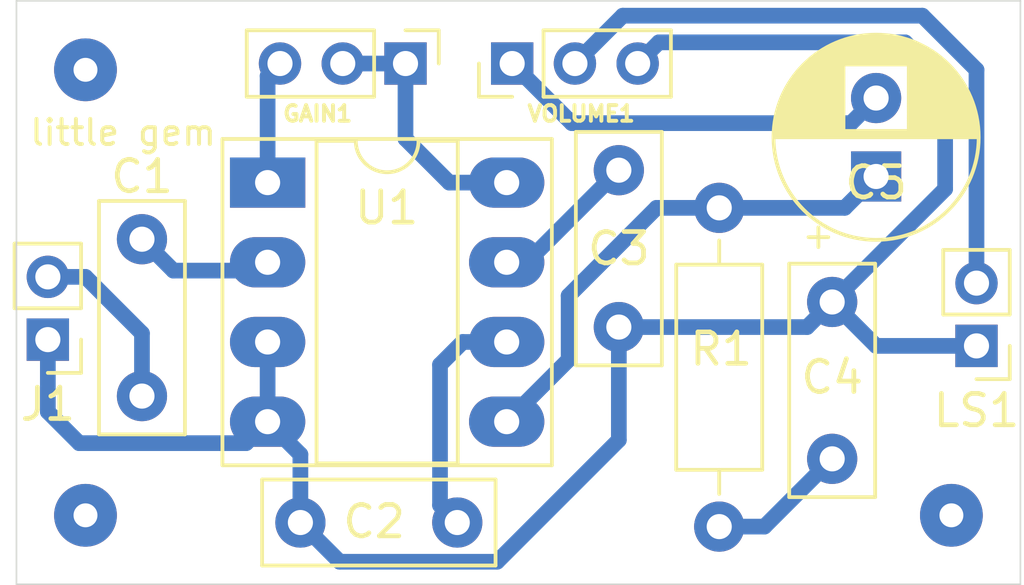
<source format=kicad_pcb>
(kicad_pcb (version 20171130) (host pcbnew 5.1.6)

  (general
    (thickness 1.6)
    (drawings 6)
    (tracks 54)
    (zones 0)
    (modules 14)
    (nets 12)
  )

  (page A4)
  (layers
    (0 F.Cu signal)
    (31 B.Cu signal)
    (32 B.Adhes user hide)
    (33 F.Adhes user hide)
    (34 B.Paste user hide)
    (35 F.Paste user hide)
    (36 B.SilkS user hide)
    (37 F.SilkS user)
    (38 B.Mask user hide)
    (39 F.Mask user hide)
    (40 Dwgs.User user hide)
    (41 Cmts.User user hide)
    (42 Eco1.User user hide)
    (43 Eco2.User user)
    (44 Edge.Cuts user)
    (45 Margin user hide)
    (46 B.CrtYd user hide)
    (47 F.CrtYd user hide)
    (48 B.Fab user hide)
    (49 F.Fab user hide)
  )

  (setup
    (last_trace_width 0.5)
    (user_trace_width 0.5)
    (trace_clearance 0.2)
    (zone_clearance 0.508)
    (zone_45_only no)
    (trace_min 0.2)
    (via_size 0.8)
    (via_drill 0.4)
    (via_min_size 0.4)
    (via_min_drill 0.3)
    (uvia_size 0.3)
    (uvia_drill 0.1)
    (uvias_allowed no)
    (uvia_min_size 0.2)
    (uvia_min_drill 0.1)
    (edge_width 0.05)
    (segment_width 0.2)
    (pcb_text_width 0.3)
    (pcb_text_size 1.5 1.5)
    (mod_edge_width 0.12)
    (mod_text_size 1 1)
    (mod_text_width 0.15)
    (pad_size 1.524 1.524)
    (pad_drill 0.762)
    (pad_to_mask_clearance 0.05)
    (aux_axis_origin 0 0)
    (visible_elements FFFFFF7F)
    (pcbplotparams
      (layerselection 0x010fc_ffffffff)
      (usegerberextensions false)
      (usegerberattributes true)
      (usegerberadvancedattributes true)
      (creategerberjobfile true)
      (excludeedgelayer true)
      (linewidth 0.100000)
      (plotframeref false)
      (viasonmask false)
      (mode 1)
      (useauxorigin false)
      (hpglpennumber 1)
      (hpglpenspeed 20)
      (hpglpendiameter 15.000000)
      (psnegative false)
      (psa4output false)
      (plotreference true)
      (plotvalue true)
      (plotinvisibletext false)
      (padsonsilk false)
      (subtractmaskfromsilk false)
      (outputformat 1)
      (mirror false)
      (drillshape 1)
      (scaleselection 1)
      (outputdirectory ""))
  )

  (net 0 "")
  (net 1 "Net-(C1-Pad1)")
  (net 2 "Net-(C1-Pad2)")
  (net 3 GND)
  (net 4 +9V)
  (net 5 "Net-(C3-Pad2)")
  (net 6 "Net-(C4-Pad1)")
  (net 7 "Net-(C5-Pad1)")
  (net 8 "Net-(C5-Pad2)")
  (net 9 "Net-(LS1-Pad2)")
  (net 10 "Net-(GAIN1-Pad3)")
  (net 11 "Net-(GAIN1-Pad1)")

  (net_class Default "This is the default net class."
    (clearance 0.2)
    (trace_width 0.25)
    (via_dia 0.8)
    (via_drill 0.4)
    (uvia_dia 0.3)
    (uvia_drill 0.1)
    (add_net +9V)
    (add_net GND)
    (add_net "Net-(C1-Pad1)")
    (add_net "Net-(C1-Pad2)")
    (add_net "Net-(C3-Pad2)")
    (add_net "Net-(C4-Pad1)")
    (add_net "Net-(C5-Pad1)")
    (add_net "Net-(C5-Pad2)")
    (add_net "Net-(GAIN1-Pad1)")
    (add_net "Net-(GAIN1-Pad3)")
    (add_net "Net-(LS1-Pad2)")
  )

  (module MountingHole:mount_hole_3mm (layer F.Cu) (tedit 5F1C4838) (tstamp 5F1CCEE0)
    (at 134.2 98.6)
    (fp_text reference MNT (at 0 0.5) (layer F.SilkS) hide
      (effects (font (size 1 1) (thickness 0.15)))
    )
    (fp_text value mount_hole_3mm (at 0 -3) (layer F.Fab)
      (effects (font (size 1 1) (thickness 0.15)))
    )
    (fp_circle (center 0 0) (end 1.5 0) (layer Eco2.User) (width 0.12))
    (pad 1 thru_hole circle (at 0 0) (size 2 2) (drill 0.762) (layers *.Cu B.Adhes))
  )

  (module MountingHole:mount_hole_3mm (layer F.Cu) (tedit 5F1C4838) (tstamp 5F1CCEA3)
    (at 134.2 112.8)
    (fp_text reference MNT (at 0 0.5) (layer F.SilkS) hide
      (effects (font (size 1 1) (thickness 0.15)))
    )
    (fp_text value mount_hole_3mm (at 0 -3) (layer F.Fab)
      (effects (font (size 1 1) (thickness 0.15)))
    )
    (fp_circle (center 0 0) (end 1.5 0) (layer Eco2.User) (width 0.12))
    (pad 1 thru_hole circle (at 0 0) (size 2 2) (drill 0.762) (layers *.Cu B.Adhes))
  )

  (module MountingHole:mount_hole_3mm (layer F.Cu) (tedit 5F1C4838) (tstamp 5F1CCE1B)
    (at 161.8 112.8)
    (fp_text reference MNT (at 0 0.5) (layer F.SilkS) hide
      (effects (font (size 1 1) (thickness 0.15)))
    )
    (fp_text value mount_hole_3mm (at 0 -3) (layer F.Fab)
      (effects (font (size 1 1) (thickness 0.15)))
    )
    (fp_circle (center 0 0) (end 1.5 0) (layer Eco2.User) (width 0.12))
    (pad 1 thru_hole circle (at 0 0) (size 2 2) (drill 0.762) (layers *.Cu B.Adhes))
  )

  (module Capacitor_THT:CP_Radial_D6.3mm_P2.50mm (layer F.Cu) (tedit 5AE50EF0) (tstamp 5EF41AC8)
    (at 159.4 102 90)
    (descr "CP, Radial series, Radial, pin pitch=2.50mm, , diameter=6.3mm, Electrolytic Capacitor")
    (tags "CP Radial series Radial pin pitch 2.50mm  diameter 6.3mm Electrolytic Capacitor")
    (path /5EF04ADF)
    (fp_text reference C5 (at -0.2 0 180) (layer F.SilkS)
      (effects (font (size 1 1) (thickness 0.15)))
    )
    (fp_text value 220u (at 1.25 4.4 90) (layer F.Fab)
      (effects (font (size 1 1) (thickness 0.15)))
    )
    (fp_circle (center 1.25 0) (end 4.4 0) (layer F.Fab) (width 0.1))
    (fp_circle (center 1.25 0) (end 4.52 0) (layer F.SilkS) (width 0.12))
    (fp_circle (center 1.25 0) (end 4.65 0) (layer F.CrtYd) (width 0.05))
    (fp_line (start -1.443972 -1.3735) (end -0.813972 -1.3735) (layer F.Fab) (width 0.1))
    (fp_line (start -1.128972 -1.6885) (end -1.128972 -1.0585) (layer F.Fab) (width 0.1))
    (fp_line (start 1.25 -3.23) (end 1.25 3.23) (layer F.SilkS) (width 0.12))
    (fp_line (start 1.29 -3.23) (end 1.29 3.23) (layer F.SilkS) (width 0.12))
    (fp_line (start 1.33 -3.23) (end 1.33 3.23) (layer F.SilkS) (width 0.12))
    (fp_line (start 1.37 -3.228) (end 1.37 3.228) (layer F.SilkS) (width 0.12))
    (fp_line (start 1.41 -3.227) (end 1.41 3.227) (layer F.SilkS) (width 0.12))
    (fp_line (start 1.45 -3.224) (end 1.45 3.224) (layer F.SilkS) (width 0.12))
    (fp_line (start 1.49 -3.222) (end 1.49 -1.04) (layer F.SilkS) (width 0.12))
    (fp_line (start 1.49 1.04) (end 1.49 3.222) (layer F.SilkS) (width 0.12))
    (fp_line (start 1.53 -3.218) (end 1.53 -1.04) (layer F.SilkS) (width 0.12))
    (fp_line (start 1.53 1.04) (end 1.53 3.218) (layer F.SilkS) (width 0.12))
    (fp_line (start 1.57 -3.215) (end 1.57 -1.04) (layer F.SilkS) (width 0.12))
    (fp_line (start 1.57 1.04) (end 1.57 3.215) (layer F.SilkS) (width 0.12))
    (fp_line (start 1.61 -3.211) (end 1.61 -1.04) (layer F.SilkS) (width 0.12))
    (fp_line (start 1.61 1.04) (end 1.61 3.211) (layer F.SilkS) (width 0.12))
    (fp_line (start 1.65 -3.206) (end 1.65 -1.04) (layer F.SilkS) (width 0.12))
    (fp_line (start 1.65 1.04) (end 1.65 3.206) (layer F.SilkS) (width 0.12))
    (fp_line (start 1.69 -3.201) (end 1.69 -1.04) (layer F.SilkS) (width 0.12))
    (fp_line (start 1.69 1.04) (end 1.69 3.201) (layer F.SilkS) (width 0.12))
    (fp_line (start 1.73 -3.195) (end 1.73 -1.04) (layer F.SilkS) (width 0.12))
    (fp_line (start 1.73 1.04) (end 1.73 3.195) (layer F.SilkS) (width 0.12))
    (fp_line (start 1.77 -3.189) (end 1.77 -1.04) (layer F.SilkS) (width 0.12))
    (fp_line (start 1.77 1.04) (end 1.77 3.189) (layer F.SilkS) (width 0.12))
    (fp_line (start 1.81 -3.182) (end 1.81 -1.04) (layer F.SilkS) (width 0.12))
    (fp_line (start 1.81 1.04) (end 1.81 3.182) (layer F.SilkS) (width 0.12))
    (fp_line (start 1.85 -3.175) (end 1.85 -1.04) (layer F.SilkS) (width 0.12))
    (fp_line (start 1.85 1.04) (end 1.85 3.175) (layer F.SilkS) (width 0.12))
    (fp_line (start 1.89 -3.167) (end 1.89 -1.04) (layer F.SilkS) (width 0.12))
    (fp_line (start 1.89 1.04) (end 1.89 3.167) (layer F.SilkS) (width 0.12))
    (fp_line (start 1.93 -3.159) (end 1.93 -1.04) (layer F.SilkS) (width 0.12))
    (fp_line (start 1.93 1.04) (end 1.93 3.159) (layer F.SilkS) (width 0.12))
    (fp_line (start 1.971 -3.15) (end 1.971 -1.04) (layer F.SilkS) (width 0.12))
    (fp_line (start 1.971 1.04) (end 1.971 3.15) (layer F.SilkS) (width 0.12))
    (fp_line (start 2.011 -3.141) (end 2.011 -1.04) (layer F.SilkS) (width 0.12))
    (fp_line (start 2.011 1.04) (end 2.011 3.141) (layer F.SilkS) (width 0.12))
    (fp_line (start 2.051 -3.131) (end 2.051 -1.04) (layer F.SilkS) (width 0.12))
    (fp_line (start 2.051 1.04) (end 2.051 3.131) (layer F.SilkS) (width 0.12))
    (fp_line (start 2.091 -3.121) (end 2.091 -1.04) (layer F.SilkS) (width 0.12))
    (fp_line (start 2.091 1.04) (end 2.091 3.121) (layer F.SilkS) (width 0.12))
    (fp_line (start 2.131 -3.11) (end 2.131 -1.04) (layer F.SilkS) (width 0.12))
    (fp_line (start 2.131 1.04) (end 2.131 3.11) (layer F.SilkS) (width 0.12))
    (fp_line (start 2.171 -3.098) (end 2.171 -1.04) (layer F.SilkS) (width 0.12))
    (fp_line (start 2.171 1.04) (end 2.171 3.098) (layer F.SilkS) (width 0.12))
    (fp_line (start 2.211 -3.086) (end 2.211 -1.04) (layer F.SilkS) (width 0.12))
    (fp_line (start 2.211 1.04) (end 2.211 3.086) (layer F.SilkS) (width 0.12))
    (fp_line (start 2.251 -3.074) (end 2.251 -1.04) (layer F.SilkS) (width 0.12))
    (fp_line (start 2.251 1.04) (end 2.251 3.074) (layer F.SilkS) (width 0.12))
    (fp_line (start 2.291 -3.061) (end 2.291 -1.04) (layer F.SilkS) (width 0.12))
    (fp_line (start 2.291 1.04) (end 2.291 3.061) (layer F.SilkS) (width 0.12))
    (fp_line (start 2.331 -3.047) (end 2.331 -1.04) (layer F.SilkS) (width 0.12))
    (fp_line (start 2.331 1.04) (end 2.331 3.047) (layer F.SilkS) (width 0.12))
    (fp_line (start 2.371 -3.033) (end 2.371 -1.04) (layer F.SilkS) (width 0.12))
    (fp_line (start 2.371 1.04) (end 2.371 3.033) (layer F.SilkS) (width 0.12))
    (fp_line (start 2.411 -3.018) (end 2.411 -1.04) (layer F.SilkS) (width 0.12))
    (fp_line (start 2.411 1.04) (end 2.411 3.018) (layer F.SilkS) (width 0.12))
    (fp_line (start 2.451 -3.002) (end 2.451 -1.04) (layer F.SilkS) (width 0.12))
    (fp_line (start 2.451 1.04) (end 2.451 3.002) (layer F.SilkS) (width 0.12))
    (fp_line (start 2.491 -2.986) (end 2.491 -1.04) (layer F.SilkS) (width 0.12))
    (fp_line (start 2.491 1.04) (end 2.491 2.986) (layer F.SilkS) (width 0.12))
    (fp_line (start 2.531 -2.97) (end 2.531 -1.04) (layer F.SilkS) (width 0.12))
    (fp_line (start 2.531 1.04) (end 2.531 2.97) (layer F.SilkS) (width 0.12))
    (fp_line (start 2.571 -2.952) (end 2.571 -1.04) (layer F.SilkS) (width 0.12))
    (fp_line (start 2.571 1.04) (end 2.571 2.952) (layer F.SilkS) (width 0.12))
    (fp_line (start 2.611 -2.934) (end 2.611 -1.04) (layer F.SilkS) (width 0.12))
    (fp_line (start 2.611 1.04) (end 2.611 2.934) (layer F.SilkS) (width 0.12))
    (fp_line (start 2.651 -2.916) (end 2.651 -1.04) (layer F.SilkS) (width 0.12))
    (fp_line (start 2.651 1.04) (end 2.651 2.916) (layer F.SilkS) (width 0.12))
    (fp_line (start 2.691 -2.896) (end 2.691 -1.04) (layer F.SilkS) (width 0.12))
    (fp_line (start 2.691 1.04) (end 2.691 2.896) (layer F.SilkS) (width 0.12))
    (fp_line (start 2.731 -2.876) (end 2.731 -1.04) (layer F.SilkS) (width 0.12))
    (fp_line (start 2.731 1.04) (end 2.731 2.876) (layer F.SilkS) (width 0.12))
    (fp_line (start 2.771 -2.856) (end 2.771 -1.04) (layer F.SilkS) (width 0.12))
    (fp_line (start 2.771 1.04) (end 2.771 2.856) (layer F.SilkS) (width 0.12))
    (fp_line (start 2.811 -2.834) (end 2.811 -1.04) (layer F.SilkS) (width 0.12))
    (fp_line (start 2.811 1.04) (end 2.811 2.834) (layer F.SilkS) (width 0.12))
    (fp_line (start 2.851 -2.812) (end 2.851 -1.04) (layer F.SilkS) (width 0.12))
    (fp_line (start 2.851 1.04) (end 2.851 2.812) (layer F.SilkS) (width 0.12))
    (fp_line (start 2.891 -2.79) (end 2.891 -1.04) (layer F.SilkS) (width 0.12))
    (fp_line (start 2.891 1.04) (end 2.891 2.79) (layer F.SilkS) (width 0.12))
    (fp_line (start 2.931 -2.766) (end 2.931 -1.04) (layer F.SilkS) (width 0.12))
    (fp_line (start 2.931 1.04) (end 2.931 2.766) (layer F.SilkS) (width 0.12))
    (fp_line (start 2.971 -2.742) (end 2.971 -1.04) (layer F.SilkS) (width 0.12))
    (fp_line (start 2.971 1.04) (end 2.971 2.742) (layer F.SilkS) (width 0.12))
    (fp_line (start 3.011 -2.716) (end 3.011 -1.04) (layer F.SilkS) (width 0.12))
    (fp_line (start 3.011 1.04) (end 3.011 2.716) (layer F.SilkS) (width 0.12))
    (fp_line (start 3.051 -2.69) (end 3.051 -1.04) (layer F.SilkS) (width 0.12))
    (fp_line (start 3.051 1.04) (end 3.051 2.69) (layer F.SilkS) (width 0.12))
    (fp_line (start 3.091 -2.664) (end 3.091 -1.04) (layer F.SilkS) (width 0.12))
    (fp_line (start 3.091 1.04) (end 3.091 2.664) (layer F.SilkS) (width 0.12))
    (fp_line (start 3.131 -2.636) (end 3.131 -1.04) (layer F.SilkS) (width 0.12))
    (fp_line (start 3.131 1.04) (end 3.131 2.636) (layer F.SilkS) (width 0.12))
    (fp_line (start 3.171 -2.607) (end 3.171 -1.04) (layer F.SilkS) (width 0.12))
    (fp_line (start 3.171 1.04) (end 3.171 2.607) (layer F.SilkS) (width 0.12))
    (fp_line (start 3.211 -2.578) (end 3.211 -1.04) (layer F.SilkS) (width 0.12))
    (fp_line (start 3.211 1.04) (end 3.211 2.578) (layer F.SilkS) (width 0.12))
    (fp_line (start 3.251 -2.548) (end 3.251 -1.04) (layer F.SilkS) (width 0.12))
    (fp_line (start 3.251 1.04) (end 3.251 2.548) (layer F.SilkS) (width 0.12))
    (fp_line (start 3.291 -2.516) (end 3.291 -1.04) (layer F.SilkS) (width 0.12))
    (fp_line (start 3.291 1.04) (end 3.291 2.516) (layer F.SilkS) (width 0.12))
    (fp_line (start 3.331 -2.484) (end 3.331 -1.04) (layer F.SilkS) (width 0.12))
    (fp_line (start 3.331 1.04) (end 3.331 2.484) (layer F.SilkS) (width 0.12))
    (fp_line (start 3.371 -2.45) (end 3.371 -1.04) (layer F.SilkS) (width 0.12))
    (fp_line (start 3.371 1.04) (end 3.371 2.45) (layer F.SilkS) (width 0.12))
    (fp_line (start 3.411 -2.416) (end 3.411 -1.04) (layer F.SilkS) (width 0.12))
    (fp_line (start 3.411 1.04) (end 3.411 2.416) (layer F.SilkS) (width 0.12))
    (fp_line (start 3.451 -2.38) (end 3.451 -1.04) (layer F.SilkS) (width 0.12))
    (fp_line (start 3.451 1.04) (end 3.451 2.38) (layer F.SilkS) (width 0.12))
    (fp_line (start 3.491 -2.343) (end 3.491 -1.04) (layer F.SilkS) (width 0.12))
    (fp_line (start 3.491 1.04) (end 3.491 2.343) (layer F.SilkS) (width 0.12))
    (fp_line (start 3.531 -2.305) (end 3.531 -1.04) (layer F.SilkS) (width 0.12))
    (fp_line (start 3.531 1.04) (end 3.531 2.305) (layer F.SilkS) (width 0.12))
    (fp_line (start 3.571 -2.265) (end 3.571 2.265) (layer F.SilkS) (width 0.12))
    (fp_line (start 3.611 -2.224) (end 3.611 2.224) (layer F.SilkS) (width 0.12))
    (fp_line (start 3.651 -2.182) (end 3.651 2.182) (layer F.SilkS) (width 0.12))
    (fp_line (start 3.691 -2.137) (end 3.691 2.137) (layer F.SilkS) (width 0.12))
    (fp_line (start 3.731 -2.092) (end 3.731 2.092) (layer F.SilkS) (width 0.12))
    (fp_line (start 3.771 -2.044) (end 3.771 2.044) (layer F.SilkS) (width 0.12))
    (fp_line (start 3.811 -1.995) (end 3.811 1.995) (layer F.SilkS) (width 0.12))
    (fp_line (start 3.851 -1.944) (end 3.851 1.944) (layer F.SilkS) (width 0.12))
    (fp_line (start 3.891 -1.89) (end 3.891 1.89) (layer F.SilkS) (width 0.12))
    (fp_line (start 3.931 -1.834) (end 3.931 1.834) (layer F.SilkS) (width 0.12))
    (fp_line (start 3.971 -1.776) (end 3.971 1.776) (layer F.SilkS) (width 0.12))
    (fp_line (start 4.011 -1.714) (end 4.011 1.714) (layer F.SilkS) (width 0.12))
    (fp_line (start 4.051 -1.65) (end 4.051 1.65) (layer F.SilkS) (width 0.12))
    (fp_line (start 4.091 -1.581) (end 4.091 1.581) (layer F.SilkS) (width 0.12))
    (fp_line (start 4.131 -1.509) (end 4.131 1.509) (layer F.SilkS) (width 0.12))
    (fp_line (start 4.171 -1.432) (end 4.171 1.432) (layer F.SilkS) (width 0.12))
    (fp_line (start 4.211 -1.35) (end 4.211 1.35) (layer F.SilkS) (width 0.12))
    (fp_line (start 4.251 -1.262) (end 4.251 1.262) (layer F.SilkS) (width 0.12))
    (fp_line (start 4.291 -1.165) (end 4.291 1.165) (layer F.SilkS) (width 0.12))
    (fp_line (start 4.331 -1.059) (end 4.331 1.059) (layer F.SilkS) (width 0.12))
    (fp_line (start 4.371 -0.94) (end 4.371 0.94) (layer F.SilkS) (width 0.12))
    (fp_line (start 4.411 -0.802) (end 4.411 0.802) (layer F.SilkS) (width 0.12))
    (fp_line (start 4.451 -0.633) (end 4.451 0.633) (layer F.SilkS) (width 0.12))
    (fp_line (start 4.491 -0.402) (end 4.491 0.402) (layer F.SilkS) (width 0.12))
    (fp_line (start -2.250241 -1.839) (end -1.620241 -1.839) (layer F.SilkS) (width 0.12))
    (fp_line (start -1.935241 -2.154) (end -1.935241 -1.524) (layer F.SilkS) (width 0.12))
    (fp_text user %R (at 1.25 0 90) (layer F.Fab)
      (effects (font (size 1 1) (thickness 0.15)))
    )
    (pad 1 thru_hole rect (at 0 0 90) (size 1.6 1.6) (drill 0.8) (layers *.Cu *.Mask)
      (net 7 "Net-(C5-Pad1)"))
    (pad 2 thru_hole circle (at 2.5 0 90) (size 1.6 1.6) (drill 0.8) (layers *.Cu *.Mask)
      (net 8 "Net-(C5-Pad2)"))
    (model ${KISYS3DMOD}/Capacitor_THT.3dshapes/CP_Radial_D6.3mm_P2.50mm.wrl
      (at (xyz 0 0 0))
      (scale (xyz 1 1 1))
      (rotate (xyz 0 0 0))
    )
  )

  (module Connector_PinHeader_2.00mm:PinHeader_1x03_P2.00mm_Vertical (layer F.Cu) (tedit 59FED667) (tstamp 5F1CA96F)
    (at 147.8 98.4 90)
    (descr "Through hole straight pin header, 1x03, 2.00mm pitch, single row")
    (tags "Through hole pin header THT 1x03 2.00mm single row")
    (path /5EF07295)
    (fp_text reference VOLUME1 (at -1.6 2.2) (layer F.SilkS)
      (effects (font (size 0.5 0.5) (thickness 0.125)))
    )
    (fp_text value 25 (at 0 6.06 90) (layer F.Fab)
      (effects (font (size 1 1) (thickness 0.15)))
    )
    (fp_line (start 1.5 -1.5) (end -1.5 -1.5) (layer F.CrtYd) (width 0.05))
    (fp_line (start 1.5 5.5) (end 1.5 -1.5) (layer F.CrtYd) (width 0.05))
    (fp_line (start -1.5 5.5) (end 1.5 5.5) (layer F.CrtYd) (width 0.05))
    (fp_line (start -1.5 -1.5) (end -1.5 5.5) (layer F.CrtYd) (width 0.05))
    (fp_line (start -1.06 -1.06) (end 0 -1.06) (layer F.SilkS) (width 0.12))
    (fp_line (start -1.06 0) (end -1.06 -1.06) (layer F.SilkS) (width 0.12))
    (fp_line (start -1.06 1) (end 1.06 1) (layer F.SilkS) (width 0.12))
    (fp_line (start 1.06 1) (end 1.06 5.06) (layer F.SilkS) (width 0.12))
    (fp_line (start -1.06 1) (end -1.06 5.06) (layer F.SilkS) (width 0.12))
    (fp_line (start -1.06 5.06) (end 1.06 5.06) (layer F.SilkS) (width 0.12))
    (fp_line (start -1 -0.5) (end -0.5 -1) (layer F.Fab) (width 0.1))
    (fp_line (start -1 5) (end -1 -0.5) (layer F.Fab) (width 0.1))
    (fp_line (start 1 5) (end -1 5) (layer F.Fab) (width 0.1))
    (fp_line (start 1 -1) (end 1 5) (layer F.Fab) (width 0.1))
    (fp_line (start -0.5 -1) (end 1 -1) (layer F.Fab) (width 0.1))
    (fp_text user %R (at 0 2) (layer F.Fab)
      (effects (font (size 1 1) (thickness 0.15)))
    )
    (pad 1 thru_hole rect (at 0 0 90) (size 1.35 1.35) (drill 0.8) (layers *.Cu *.Mask)
      (net 8 "Net-(C5-Pad2)"))
    (pad 2 thru_hole oval (at 0 2 90) (size 1.35 1.35) (drill 0.8) (layers *.Cu *.Mask)
      (net 9 "Net-(LS1-Pad2)"))
    (pad 3 thru_hole oval (at 0 4 90) (size 1.35 1.35) (drill 0.8) (layers *.Cu *.Mask)
      (net 3 GND))
    (model ${KISYS3DMOD}/Connector_PinHeader_2.00mm.3dshapes/PinHeader_1x03_P2.00mm_Vertical.wrl
      (at (xyz 0 0 0))
      (scale (xyz 1 1 1))
      (rotate (xyz 0 0 0))
    )
  )

  (module Connector_PinHeader_2.00mm:PinHeader_1x02_P2.00mm_Vertical (layer F.Cu) (tedit 59FED667) (tstamp 5EF40F4E)
    (at 162.6 107.4 180)
    (descr "Through hole straight pin header, 1x02, 2.00mm pitch, single row")
    (tags "Through hole pin header THT 1x02 2.00mm single row")
    (path /5EF184C9)
    (fp_text reference LS1 (at 0 -2.06) (layer F.SilkS)
      (effects (font (size 1 1) (thickness 0.15)))
    )
    (fp_text value Speaker (at 0 4.06) (layer F.Fab)
      (effects (font (size 1 1) (thickness 0.15)))
    )
    (fp_text user %R (at 0 1 90) (layer F.Fab)
      (effects (font (size 1 1) (thickness 0.15)))
    )
    (fp_line (start -0.5 -1) (end 1 -1) (layer F.Fab) (width 0.1))
    (fp_line (start 1 -1) (end 1 3) (layer F.Fab) (width 0.1))
    (fp_line (start 1 3) (end -1 3) (layer F.Fab) (width 0.1))
    (fp_line (start -1 3) (end -1 -0.5) (layer F.Fab) (width 0.1))
    (fp_line (start -1 -0.5) (end -0.5 -1) (layer F.Fab) (width 0.1))
    (fp_line (start -1.06 3.06) (end 1.06 3.06) (layer F.SilkS) (width 0.12))
    (fp_line (start -1.06 1) (end -1.06 3.06) (layer F.SilkS) (width 0.12))
    (fp_line (start 1.06 1) (end 1.06 3.06) (layer F.SilkS) (width 0.12))
    (fp_line (start -1.06 1) (end 1.06 1) (layer F.SilkS) (width 0.12))
    (fp_line (start -1.06 0) (end -1.06 -1.06) (layer F.SilkS) (width 0.12))
    (fp_line (start -1.06 -1.06) (end 0 -1.06) (layer F.SilkS) (width 0.12))
    (fp_line (start -1.5 -1.5) (end -1.5 3.5) (layer F.CrtYd) (width 0.05))
    (fp_line (start -1.5 3.5) (end 1.5 3.5) (layer F.CrtYd) (width 0.05))
    (fp_line (start 1.5 3.5) (end 1.5 -1.5) (layer F.CrtYd) (width 0.05))
    (fp_line (start 1.5 -1.5) (end -1.5 -1.5) (layer F.CrtYd) (width 0.05))
    (pad 2 thru_hole oval (at 0 2 180) (size 1.35 1.35) (drill 0.8) (layers *.Cu *.Mask)
      (net 9 "Net-(LS1-Pad2)"))
    (pad 1 thru_hole rect (at 0 0 180) (size 1.35 1.35) (drill 0.8) (layers *.Cu *.Mask)
      (net 3 GND))
    (model ${KISYS3DMOD}/Connector_PinHeader_2.00mm.3dshapes/PinHeader_1x02_P2.00mm_Vertical.wrl
      (at (xyz 0 0 0))
      (scale (xyz 1 1 1))
      (rotate (xyz 0 0 0))
    )
  )

  (module Capacitor_THT:C_Rect_L7.2mm_W2.5mm_P5.00mm_FKS2_FKP2_MKS2_MKP2 (layer F.Cu) (tedit 5AE50EF0) (tstamp 5EF3BDD6)
    (at 136 104 270)
    (descr "C, Rect series, Radial, pin pitch=5.00mm, , length*width=7.2*2.5mm^2, Capacitor, http://www.wima.com/EN/WIMA_FKS_2.pdf")
    (tags "C Rect series Radial pin pitch 5.00mm  length 7.2mm width 2.5mm Capacitor")
    (path /5EEFE91C)
    (fp_text reference C1 (at -2 0) (layer F.SilkS)
      (effects (font (size 1 1) (thickness 0.15)))
    )
    (fp_text value 10n (at 2.5 2.5 90) (layer F.Fab)
      (effects (font (size 1 1) (thickness 0.15)))
    )
    (fp_line (start -1.1 -1.25) (end -1.1 1.25) (layer F.Fab) (width 0.1))
    (fp_line (start -1.1 1.25) (end 6.1 1.25) (layer F.Fab) (width 0.1))
    (fp_line (start 6.1 1.25) (end 6.1 -1.25) (layer F.Fab) (width 0.1))
    (fp_line (start 6.1 -1.25) (end -1.1 -1.25) (layer F.Fab) (width 0.1))
    (fp_line (start -1.22 -1.37) (end 6.22 -1.37) (layer F.SilkS) (width 0.12))
    (fp_line (start -1.22 1.37) (end 6.22 1.37) (layer F.SilkS) (width 0.12))
    (fp_line (start -1.22 -1.37) (end -1.22 1.37) (layer F.SilkS) (width 0.12))
    (fp_line (start 6.22 -1.37) (end 6.22 1.37) (layer F.SilkS) (width 0.12))
    (fp_line (start -1.35 -1.5) (end -1.35 1.5) (layer F.CrtYd) (width 0.05))
    (fp_line (start -1.35 1.5) (end 6.35 1.5) (layer F.CrtYd) (width 0.05))
    (fp_line (start 6.35 1.5) (end 6.35 -1.5) (layer F.CrtYd) (width 0.05))
    (fp_line (start 6.35 -1.5) (end -1.35 -1.5) (layer F.CrtYd) (width 0.05))
    (fp_text user %R (at 2.5 0 90) (layer F.Fab)
      (effects (font (size 1 1) (thickness 0.15)))
    )
    (pad 1 thru_hole circle (at 0 0 270) (size 1.6 1.6) (drill 0.8) (layers *.Cu *.Mask)
      (net 1 "Net-(C1-Pad1)"))
    (pad 2 thru_hole circle (at 5 0 270) (size 1.6 1.6) (drill 0.8) (layers *.Cu *.Mask)
      (net 2 "Net-(C1-Pad2)"))
    (model ${KISYS3DMOD}/Capacitor_THT.3dshapes/C_Rect_L7.2mm_W2.5mm_P5.00mm_FKS2_FKP2_MKS2_MKP2.wrl
      (at (xyz 0 0 0))
      (scale (xyz 1 1 1))
      (rotate (xyz 0 0 0))
    )
  )

  (module Capacitor_THT:C_Rect_L7.2mm_W2.5mm_P5.00mm_FKS2_FKP2_MKS2_MKP2 (layer F.Cu) (tedit 5AE50EF0) (tstamp 5EF415AC)
    (at 146.05 113.03 180)
    (descr "C, Rect series, Radial, pin pitch=5.00mm, , length*width=7.2*2.5mm^2, Capacitor, http://www.wima.com/EN/WIMA_FKS_2.pdf")
    (tags "C Rect series Radial pin pitch 5.00mm  length 7.2mm width 2.5mm Capacitor")
    (path /5EF00847)
    (fp_text reference C2 (at 2.65 0.03) (layer F.SilkS)
      (effects (font (size 1 1) (thickness 0.15)))
    )
    (fp_text value 100n (at 2.5 2.5) (layer F.Fab)
      (effects (font (size 1 1) (thickness 0.15)))
    )
    (fp_line (start 6.35 -1.5) (end -1.35 -1.5) (layer F.CrtYd) (width 0.05))
    (fp_line (start 6.35 1.5) (end 6.35 -1.5) (layer F.CrtYd) (width 0.05))
    (fp_line (start -1.35 1.5) (end 6.35 1.5) (layer F.CrtYd) (width 0.05))
    (fp_line (start -1.35 -1.5) (end -1.35 1.5) (layer F.CrtYd) (width 0.05))
    (fp_line (start 6.22 -1.37) (end 6.22 1.37) (layer F.SilkS) (width 0.12))
    (fp_line (start -1.22 -1.37) (end -1.22 1.37) (layer F.SilkS) (width 0.12))
    (fp_line (start -1.22 1.37) (end 6.22 1.37) (layer F.SilkS) (width 0.12))
    (fp_line (start -1.22 -1.37) (end 6.22 -1.37) (layer F.SilkS) (width 0.12))
    (fp_line (start 6.1 -1.25) (end -1.1 -1.25) (layer F.Fab) (width 0.1))
    (fp_line (start 6.1 1.25) (end 6.1 -1.25) (layer F.Fab) (width 0.1))
    (fp_line (start -1.1 1.25) (end 6.1 1.25) (layer F.Fab) (width 0.1))
    (fp_line (start -1.1 -1.25) (end -1.1 1.25) (layer F.Fab) (width 0.1))
    (fp_text user %R (at 2.5 0) (layer F.Fab)
      (effects (font (size 1 1) (thickness 0.15)))
    )
    (pad 2 thru_hole circle (at 5 0 180) (size 1.6 1.6) (drill 0.8) (layers *.Cu *.Mask)
      (net 3 GND))
    (pad 1 thru_hole circle (at 0 0 180) (size 1.6 1.6) (drill 0.8) (layers *.Cu *.Mask)
      (net 4 +9V))
    (model ${KISYS3DMOD}/Capacitor_THT.3dshapes/C_Rect_L7.2mm_W2.5mm_P5.00mm_FKS2_FKP2_MKS2_MKP2.wrl
      (at (xyz 0 0 0))
      (scale (xyz 1 1 1))
      (rotate (xyz 0 0 0))
    )
  )

  (module Capacitor_THT:C_Rect_L7.2mm_W2.5mm_P5.00mm_FKS2_FKP2_MKS2_MKP2 (layer F.Cu) (tedit 5AE50EF0) (tstamp 5EF4137C)
    (at 151.2 106.8 90)
    (descr "C, Rect series, Radial, pin pitch=5.00mm, , length*width=7.2*2.5mm^2, Capacitor, http://www.wima.com/EN/WIMA_FKS_2.pdf")
    (tags "C Rect series Radial pin pitch 5.00mm  length 7.2mm width 2.5mm Capacitor")
    (path /5EF021C2)
    (fp_text reference C3 (at 2.5 0) (layer F.SilkS)
      (effects (font (size 1 1) (thickness 0.15)))
    )
    (fp_text value 100n (at 2.5 2.5 90) (layer F.Fab)
      (effects (font (size 1 1) (thickness 0.15)))
    )
    (fp_line (start -1.1 -1.25) (end -1.1 1.25) (layer F.Fab) (width 0.1))
    (fp_line (start -1.1 1.25) (end 6.1 1.25) (layer F.Fab) (width 0.1))
    (fp_line (start 6.1 1.25) (end 6.1 -1.25) (layer F.Fab) (width 0.1))
    (fp_line (start 6.1 -1.25) (end -1.1 -1.25) (layer F.Fab) (width 0.1))
    (fp_line (start -1.22 -1.37) (end 6.22 -1.37) (layer F.SilkS) (width 0.12))
    (fp_line (start -1.22 1.37) (end 6.22 1.37) (layer F.SilkS) (width 0.12))
    (fp_line (start -1.22 -1.37) (end -1.22 1.37) (layer F.SilkS) (width 0.12))
    (fp_line (start 6.22 -1.37) (end 6.22 1.37) (layer F.SilkS) (width 0.12))
    (fp_line (start -1.35 -1.5) (end -1.35 1.5) (layer F.CrtYd) (width 0.05))
    (fp_line (start -1.35 1.5) (end 6.35 1.5) (layer F.CrtYd) (width 0.05))
    (fp_line (start 6.35 1.5) (end 6.35 -1.5) (layer F.CrtYd) (width 0.05))
    (fp_line (start 6.35 -1.5) (end -1.35 -1.5) (layer F.CrtYd) (width 0.05))
    (fp_text user %R (at 2.5 0 90) (layer F.Fab)
      (effects (font (size 1 1) (thickness 0.15)))
    )
    (pad 1 thru_hole circle (at 0 0 90) (size 1.6 1.6) (drill 0.8) (layers *.Cu *.Mask)
      (net 3 GND))
    (pad 2 thru_hole circle (at 5 0 90) (size 1.6 1.6) (drill 0.8) (layers *.Cu *.Mask)
      (net 5 "Net-(C3-Pad2)"))
    (model ${KISYS3DMOD}/Capacitor_THT.3dshapes/C_Rect_L7.2mm_W2.5mm_P5.00mm_FKS2_FKP2_MKS2_MKP2.wrl
      (at (xyz 0 0 0))
      (scale (xyz 1 1 1))
      (rotate (xyz 0 0 0))
    )
  )

  (module Capacitor_THT:C_Rect_L7.2mm_W2.5mm_P5.00mm_FKS2_FKP2_MKS2_MKP2 (layer F.Cu) (tedit 5AE50EF0) (tstamp 5EF3BE0F)
    (at 158 111 90)
    (descr "C, Rect series, Radial, pin pitch=5.00mm, , length*width=7.2*2.5mm^2, Capacitor, http://www.wima.com/EN/WIMA_FKS_2.pdf")
    (tags "C Rect series Radial pin pitch 5.00mm  length 7.2mm width 2.5mm Capacitor")
    (path /5EF02A52)
    (fp_text reference C4 (at 2.6 0) (layer F.SilkS)
      (effects (font (size 1 1) (thickness 0.15)))
    )
    (fp_text value 47n (at 2.5 2.5 90) (layer F.Fab)
      (effects (font (size 1 1) (thickness 0.15)))
    )
    (fp_line (start 6.35 -1.5) (end -1.35 -1.5) (layer F.CrtYd) (width 0.05))
    (fp_line (start 6.35 1.5) (end 6.35 -1.5) (layer F.CrtYd) (width 0.05))
    (fp_line (start -1.35 1.5) (end 6.35 1.5) (layer F.CrtYd) (width 0.05))
    (fp_line (start -1.35 -1.5) (end -1.35 1.5) (layer F.CrtYd) (width 0.05))
    (fp_line (start 6.22 -1.37) (end 6.22 1.37) (layer F.SilkS) (width 0.12))
    (fp_line (start -1.22 -1.37) (end -1.22 1.37) (layer F.SilkS) (width 0.12))
    (fp_line (start -1.22 1.37) (end 6.22 1.37) (layer F.SilkS) (width 0.12))
    (fp_line (start -1.22 -1.37) (end 6.22 -1.37) (layer F.SilkS) (width 0.12))
    (fp_line (start 6.1 -1.25) (end -1.1 -1.25) (layer F.Fab) (width 0.1))
    (fp_line (start 6.1 1.25) (end 6.1 -1.25) (layer F.Fab) (width 0.1))
    (fp_line (start -1.1 1.25) (end 6.1 1.25) (layer F.Fab) (width 0.1))
    (fp_line (start -1.1 -1.25) (end -1.1 1.25) (layer F.Fab) (width 0.1))
    (fp_text user %R (at 2.5 0 90) (layer F.Fab)
      (effects (font (size 1 1) (thickness 0.15)))
    )
    (pad 2 thru_hole circle (at 5 0 90) (size 1.6 1.6) (drill 0.8) (layers *.Cu *.Mask)
      (net 3 GND))
    (pad 1 thru_hole circle (at 0 0 90) (size 1.6 1.6) (drill 0.8) (layers *.Cu *.Mask)
      (net 6 "Net-(C4-Pad1)"))
    (model ${KISYS3DMOD}/Capacitor_THT.3dshapes/C_Rect_L7.2mm_W2.5mm_P5.00mm_FKS2_FKP2_MKS2_MKP2.wrl
      (at (xyz 0 0 0))
      (scale (xyz 1 1 1))
      (rotate (xyz 0 0 0))
    )
  )

  (module Resistor_THT:R_Axial_DIN0207_L6.3mm_D2.5mm_P10.16mm_Horizontal (layer F.Cu) (tedit 5AE5139B) (tstamp 5EF414DA)
    (at 154.4 103 270)
    (descr "Resistor, Axial_DIN0207 series, Axial, Horizontal, pin pitch=10.16mm, 0.25W = 1/4W, length*diameter=6.3*2.5mm^2, http://cdn-reichelt.de/documents/datenblatt/B400/1_4W%23YAG.pdf")
    (tags "Resistor Axial_DIN0207 series Axial Horizontal pin pitch 10.16mm 0.25W = 1/4W length 6.3mm diameter 2.5mm")
    (path /5EF05CC5)
    (fp_text reference R1 (at 4.5 -0.06 180) (layer F.SilkS)
      (effects (font (size 1 1) (thickness 0.15)))
    )
    (fp_text value 10 (at 5.08 2.37 90) (layer F.Fab)
      (effects (font (size 1 1) (thickness 0.15)))
    )
    (fp_line (start 1.93 -1.25) (end 1.93 1.25) (layer F.Fab) (width 0.1))
    (fp_line (start 1.93 1.25) (end 8.23 1.25) (layer F.Fab) (width 0.1))
    (fp_line (start 8.23 1.25) (end 8.23 -1.25) (layer F.Fab) (width 0.1))
    (fp_line (start 8.23 -1.25) (end 1.93 -1.25) (layer F.Fab) (width 0.1))
    (fp_line (start 0 0) (end 1.93 0) (layer F.Fab) (width 0.1))
    (fp_line (start 10.16 0) (end 8.23 0) (layer F.Fab) (width 0.1))
    (fp_line (start 1.81 -1.37) (end 1.81 1.37) (layer F.SilkS) (width 0.12))
    (fp_line (start 1.81 1.37) (end 8.35 1.37) (layer F.SilkS) (width 0.12))
    (fp_line (start 8.35 1.37) (end 8.35 -1.37) (layer F.SilkS) (width 0.12))
    (fp_line (start 8.35 -1.37) (end 1.81 -1.37) (layer F.SilkS) (width 0.12))
    (fp_line (start 1.04 0) (end 1.81 0) (layer F.SilkS) (width 0.12))
    (fp_line (start 9.12 0) (end 8.35 0) (layer F.SilkS) (width 0.12))
    (fp_line (start -1.05 -1.5) (end -1.05 1.5) (layer F.CrtYd) (width 0.05))
    (fp_line (start -1.05 1.5) (end 11.21 1.5) (layer F.CrtYd) (width 0.05))
    (fp_line (start 11.21 1.5) (end 11.21 -1.5) (layer F.CrtYd) (width 0.05))
    (fp_line (start 11.21 -1.5) (end -1.05 -1.5) (layer F.CrtYd) (width 0.05))
    (fp_text user %R (at 5.08 0 90) (layer F.Fab)
      (effects (font (size 1 1) (thickness 0.15)))
    )
    (pad 1 thru_hole circle (at 0 0 270) (size 1.6 1.6) (drill 0.8) (layers *.Cu *.Mask)
      (net 7 "Net-(C5-Pad1)"))
    (pad 2 thru_hole oval (at 10.16 0 270) (size 1.6 1.6) (drill 0.8) (layers *.Cu *.Mask)
      (net 6 "Net-(C4-Pad1)"))
    (model ${KISYS3DMOD}/Resistor_THT.3dshapes/R_Axial_DIN0207_L6.3mm_D2.5mm_P10.16mm_Horizontal.wrl
      (at (xyz 0 0 0))
      (scale (xyz 1 1 1))
      (rotate (xyz 0 0 0))
    )
  )

  (module Package_DIP:DIP-8_W7.62mm_Socket_LongPads (layer F.Cu) (tedit 5A02E8C5) (tstamp 5EF3BF3E)
    (at 140.005001 102.195001)
    (descr "8-lead though-hole mounted DIP package, row spacing 7.62 mm (300 mils), Socket, LongPads")
    (tags "THT DIP DIL PDIP 2.54mm 7.62mm 300mil Socket LongPads")
    (path /5EEFCF35)
    (fp_text reference U1 (at 3.794999 0.804999) (layer F.SilkS)
      (effects (font (size 1 1) (thickness 0.15)))
    )
    (fp_text value LM386 (at 3.81 9.95) (layer F.Fab)
      (effects (font (size 1 1) (thickness 0.15)))
    )
    (fp_line (start 1.635 -1.27) (end 6.985 -1.27) (layer F.Fab) (width 0.1))
    (fp_line (start 6.985 -1.27) (end 6.985 8.89) (layer F.Fab) (width 0.1))
    (fp_line (start 6.985 8.89) (end 0.635 8.89) (layer F.Fab) (width 0.1))
    (fp_line (start 0.635 8.89) (end 0.635 -0.27) (layer F.Fab) (width 0.1))
    (fp_line (start 0.635 -0.27) (end 1.635 -1.27) (layer F.Fab) (width 0.1))
    (fp_line (start -1.27 -1.33) (end -1.27 8.95) (layer F.Fab) (width 0.1))
    (fp_line (start -1.27 8.95) (end 8.89 8.95) (layer F.Fab) (width 0.1))
    (fp_line (start 8.89 8.95) (end 8.89 -1.33) (layer F.Fab) (width 0.1))
    (fp_line (start 8.89 -1.33) (end -1.27 -1.33) (layer F.Fab) (width 0.1))
    (fp_line (start 2.81 -1.33) (end 1.56 -1.33) (layer F.SilkS) (width 0.12))
    (fp_line (start 1.56 -1.33) (end 1.56 8.95) (layer F.SilkS) (width 0.12))
    (fp_line (start 1.56 8.95) (end 6.06 8.95) (layer F.SilkS) (width 0.12))
    (fp_line (start 6.06 8.95) (end 6.06 -1.33) (layer F.SilkS) (width 0.12))
    (fp_line (start 6.06 -1.33) (end 4.81 -1.33) (layer F.SilkS) (width 0.12))
    (fp_line (start -1.44 -1.39) (end -1.44 9.01) (layer F.SilkS) (width 0.12))
    (fp_line (start -1.44 9.01) (end 9.06 9.01) (layer F.SilkS) (width 0.12))
    (fp_line (start 9.06 9.01) (end 9.06 -1.39) (layer F.SilkS) (width 0.12))
    (fp_line (start 9.06 -1.39) (end -1.44 -1.39) (layer F.SilkS) (width 0.12))
    (fp_line (start -1.55 -1.6) (end -1.55 9.2) (layer F.CrtYd) (width 0.05))
    (fp_line (start -1.55 9.2) (end 9.15 9.2) (layer F.CrtYd) (width 0.05))
    (fp_line (start 9.15 9.2) (end 9.15 -1.6) (layer F.CrtYd) (width 0.05))
    (fp_line (start 9.15 -1.6) (end -1.55 -1.6) (layer F.CrtYd) (width 0.05))
    (fp_arc (start 3.81 -1.33) (end 2.81 -1.33) (angle -180) (layer F.SilkS) (width 0.12))
    (fp_text user %R (at 3.81 3.81) (layer F.Fab)
      (effects (font (size 1 1) (thickness 0.15)))
    )
    (pad 1 thru_hole rect (at 0 0) (size 2.4 1.6) (drill 0.8) (layers *.Cu *.Mask)
      (net 10 "Net-(GAIN1-Pad3)"))
    (pad 5 thru_hole oval (at 7.62 7.62) (size 2.4 1.6) (drill 0.8) (layers *.Cu *.Mask)
      (net 7 "Net-(C5-Pad1)"))
    (pad 2 thru_hole oval (at 0 2.54) (size 2.4 1.6) (drill 0.8) (layers *.Cu *.Mask)
      (net 1 "Net-(C1-Pad1)"))
    (pad 6 thru_hole oval (at 7.62 5.08) (size 2.4 1.6) (drill 0.8) (layers *.Cu *.Mask)
      (net 4 +9V))
    (pad 3 thru_hole oval (at 0 5.08) (size 2.4 1.6) (drill 0.8) (layers *.Cu *.Mask)
      (net 3 GND))
    (pad 7 thru_hole oval (at 7.62 2.54) (size 2.4 1.6) (drill 0.8) (layers *.Cu *.Mask)
      (net 5 "Net-(C3-Pad2)"))
    (pad 4 thru_hole oval (at 0 7.62) (size 2.4 1.6) (drill 0.8) (layers *.Cu *.Mask)
      (net 3 GND))
    (pad 8 thru_hole oval (at 7.62 0) (size 2.4 1.6) (drill 0.8) (layers *.Cu *.Mask)
      (net 11 "Net-(GAIN1-Pad1)"))
    (model ${KISYS3DMOD}/Package_DIP.3dshapes/DIP-8_W7.62mm_Socket.wrl
      (at (xyz 0 0 0))
      (scale (xyz 1 1 1))
      (rotate (xyz 0 0 0))
    )
  )

  (module Connector_PinHeader_2.00mm:PinHeader_1x03_P2.00mm_Vertical (layer F.Cu) (tedit 59FED667) (tstamp 5F1CA959)
    (at 144.4 98.4 270)
    (descr "Through hole straight pin header, 1x03, 2.00mm pitch, single row")
    (tags "Through hole pin header THT 1x03 2.00mm single row")
    (path /5EF0806F)
    (fp_text reference GAIN1 (at 1.6 2.8 180) (layer F.SilkS)
      (effects (font (size 0.5 0.5) (thickness 0.125)))
    )
    (fp_text value 5k (at 0 6.06 90) (layer F.Fab)
      (effects (font (size 1 1) (thickness 0.15)))
    )
    (fp_text user %R (at 0 2) (layer F.Fab)
      (effects (font (size 1 1) (thickness 0.15)))
    )
    (fp_line (start -0.5 -1) (end 1 -1) (layer F.Fab) (width 0.1))
    (fp_line (start 1 -1) (end 1 5) (layer F.Fab) (width 0.1))
    (fp_line (start 1 5) (end -1 5) (layer F.Fab) (width 0.1))
    (fp_line (start -1 5) (end -1 -0.5) (layer F.Fab) (width 0.1))
    (fp_line (start -1 -0.5) (end -0.5 -1) (layer F.Fab) (width 0.1))
    (fp_line (start -1.06 5.06) (end 1.06 5.06) (layer F.SilkS) (width 0.12))
    (fp_line (start -1.06 1) (end -1.06 5.06) (layer F.SilkS) (width 0.12))
    (fp_line (start 1.06 1) (end 1.06 5.06) (layer F.SilkS) (width 0.12))
    (fp_line (start -1.06 1) (end 1.06 1) (layer F.SilkS) (width 0.12))
    (fp_line (start -1.06 0) (end -1.06 -1.06) (layer F.SilkS) (width 0.12))
    (fp_line (start -1.06 -1.06) (end 0 -1.06) (layer F.SilkS) (width 0.12))
    (fp_line (start -1.5 -1.5) (end -1.5 5.5) (layer F.CrtYd) (width 0.05))
    (fp_line (start -1.5 5.5) (end 1.5 5.5) (layer F.CrtYd) (width 0.05))
    (fp_line (start 1.5 5.5) (end 1.5 -1.5) (layer F.CrtYd) (width 0.05))
    (fp_line (start 1.5 -1.5) (end -1.5 -1.5) (layer F.CrtYd) (width 0.05))
    (pad 3 thru_hole oval (at 0 4 270) (size 1.35 1.35) (drill 0.8) (layers *.Cu *.Mask)
      (net 10 "Net-(GAIN1-Pad3)"))
    (pad 2 thru_hole oval (at 0 2 270) (size 1.35 1.35) (drill 0.8) (layers *.Cu *.Mask)
      (net 11 "Net-(GAIN1-Pad1)"))
    (pad 1 thru_hole rect (at 0 0 270) (size 1.35 1.35) (drill 0.8) (layers *.Cu *.Mask)
      (net 11 "Net-(GAIN1-Pad1)"))
    (model ${KISYS3DMOD}/Connector_PinHeader_2.00mm.3dshapes/PinHeader_1x03_P2.00mm_Vertical.wrl
      (at (xyz 0 0 0))
      (scale (xyz 1 1 1))
      (rotate (xyz 0 0 0))
    )
  )

  (module Connector_PinHeader_2.00mm:PinHeader_1x02_P2.00mm_Vertical_LittleGem (layer F.Cu) (tedit 5F1C314D) (tstamp 5F1CB230)
    (at 133 107.2 180)
    (descr "Through hole straight pin header, 1x02, 2.00mm pitch, single row")
    (tags "Through hole pin header THT 1x02 2.00mm single row")
    (path /5EF095AF)
    (fp_text reference J1 (at 0 -2.06) (layer F.SilkS)
      (effects (font (size 1 1) (thickness 0.15)))
    )
    (fp_text value AudioPlug2 (at 0 4.06) (layer F.Fab)
      (effects (font (size 1 1) (thickness 0.15)))
    )
    (fp_line (start -0.5 -1) (end 1 -1) (layer F.Fab) (width 0.1))
    (fp_line (start 1 -1) (end 1 3) (layer F.Fab) (width 0.1))
    (fp_line (start 1 3) (end -1 3) (layer F.Fab) (width 0.1))
    (fp_line (start -1 3) (end -1 -0.5) (layer F.Fab) (width 0.1))
    (fp_line (start -1 -0.5) (end -0.5 -1) (layer F.Fab) (width 0.1))
    (fp_line (start -1.06 3.06) (end 1.06 3.06) (layer F.SilkS) (width 0.12))
    (fp_line (start -1.06 1) (end -1.06 3.06) (layer F.SilkS) (width 0.12))
    (fp_line (start 1.06 1) (end 1.06 3.06) (layer F.SilkS) (width 0.12))
    (fp_line (start -1.06 1) (end 1.06 1) (layer F.SilkS) (width 0.12))
    (fp_line (start -1.06 0) (end -1.06 -1.06) (layer F.SilkS) (width 0.12))
    (fp_line (start -1.06 -1.06) (end 0 -1.06) (layer F.SilkS) (width 0.12))
    (fp_line (start -1.5 -1.5) (end -1.5 3.5) (layer F.CrtYd) (width 0.05))
    (fp_line (start -1.5 3.5) (end 1.5 3.5) (layer F.CrtYd) (width 0.05))
    (fp_line (start 1.5 3.5) (end 1.5 -1.5) (layer F.CrtYd) (width 0.05))
    (fp_line (start 1.5 -1.5) (end -1.5 -1.5) (layer F.CrtYd) (width 0.05))
    (fp_text user %R (at 0 1 90) (layer F.Fab)
      (effects (font (size 1 1) (thickness 0.15)))
    )
    (pad S thru_hole rect (at 0 0 180) (size 1.35 1.35) (drill 0.8) (layers *.Cu *.Mask)
      (net 3 GND))
    (pad T thru_hole oval (at 0 2 180) (size 1.35 1.35) (drill 0.8) (layers *.Cu *.Mask)
      (net 2 "Net-(C1-Pad2)"))
    (model ${KISYS3DMOD}/Connector_PinHeader_2.00mm.3dshapes/PinHeader_1x02_P2.00mm_Vertical.wrl
      (at (xyz 0 0 0))
      (scale (xyz 1 1 1))
      (rotate (xyz 0 0 0))
    )
  )

  (gr_line (start 164 115) (end 164 96.4) (layer Edge.Cuts) (width 0.05))
  (gr_arc (start 142.2 118.4) (end 139.600001 121.799999) (angle -39.2529669) (layer Dwgs.User) (width 0.15))
  (gr_text "little gem" (at 135.4 100.6) (layer F.SilkS)
    (effects (font (size 0.8 0.8) (thickness 0.125)))
  )
  (gr_line (start 132 115) (end 164 115) (layer Edge.Cuts) (width 0.05) (tstamp 5EF415F5))
  (gr_line (start 132 96.4) (end 132 115) (layer Edge.Cuts) (width 0.05))
  (gr_line (start 164 96.4) (end 132 96.4) (layer Edge.Cuts) (width 0.05))

  (segment (start 136 104) (end 137 105) (width 0.5) (layer B.Cu) (net 1))
  (segment (start 139.740002 105) (end 140.005001 104.735001) (width 0.5) (layer B.Cu) (net 1))
  (segment (start 137 105) (end 139.740002 105) (width 0.5) (layer B.Cu) (net 1))
  (segment (start 136 107) (end 136 109) (width 0.5) (layer B.Cu) (net 2))
  (segment (start 134.2 105.2) (end 136 107) (width 0.5) (layer B.Cu) (net 2))
  (segment (start 133 105.2) (end 134.2 105.2) (width 0.5) (layer B.Cu) (net 2))
  (segment (start 133 109.5) (end 134 110.5) (width 0.5) (layer B.Cu) (net 3))
  (segment (start 139.320002 110.5) (end 140.005001 109.815001) (width 0.5) (layer B.Cu) (net 3))
  (segment (start 134 110.5) (end 139.320002 110.5) (width 0.5) (layer B.Cu) (net 3))
  (segment (start 141.05 110.86) (end 140.005001 109.815001) (width 0.5) (layer B.Cu) (net 3))
  (segment (start 141.05 113.03) (end 141.05 110.86) (width 0.5) (layer B.Cu) (net 3))
  (segment (start 140.005001 109.815001) (end 140.005001 107.275001) (width 0.5) (layer B.Cu) (net 3))
  (segment (start 142.300001 114.280001) (end 147.319999 114.280001) (width 0.5) (layer B.Cu) (net 3))
  (segment (start 141.05 113.03) (end 142.300001 114.280001) (width 0.5) (layer B.Cu) (net 3))
  (segment (start 151.2 110.4) (end 151.2 106.8) (width 0.5) (layer B.Cu) (net 3))
  (segment (start 147.319999 114.280001) (end 151.2 110.4) (width 0.5) (layer B.Cu) (net 3))
  (segment (start 161.6 102.4) (end 158 106) (width 0.5) (layer B.Cu) (net 3))
  (segment (start 161.6 99) (end 161.6 102.4) (width 0.5) (layer B.Cu) (net 3))
  (segment (start 160.325001 97.725001) (end 161.6 99) (width 0.5) (layer B.Cu) (net 3))
  (segment (start 152.474999 97.725001) (end 160.325001 97.725001) (width 0.5) (layer B.Cu) (net 3))
  (segment (start 151.8 98.4) (end 152.474999 97.725001) (width 0.5) (layer B.Cu) (net 3))
  (segment (start 157.200001 106.799999) (end 158 106) (width 0.5) (layer B.Cu) (net 3))
  (segment (start 151.2 106.8) (end 157.200001 106.799999) (width 0.5) (layer B.Cu) (net 3))
  (segment (start 133 107.6) (end 133.2 107.4) (width 0.5) (layer B.Cu) (net 3))
  (segment (start 158 106) (end 159.4 107.4) (width 0.5) (layer B.Cu) (net 3))
  (segment (start 159.4 107.4) (end 162.6 107.4) (width 0.5) (layer B.Cu) (net 3))
  (segment (start 133 109.5) (end 133 107.2) (width 0.5) (layer B.Cu) (net 3))
  (segment (start 147.625001 107.275001) (end 146.224999 107.275001) (width 0.5) (layer B.Cu) (net 4))
  (segment (start 146.224999 107.275001) (end 145.5 108) (width 0.5) (layer B.Cu) (net 4))
  (segment (start 145.5 112.48) (end 146.05 113.03) (width 0.5) (layer B.Cu) (net 4))
  (segment (start 145.5 108) (end 145.5 112.48) (width 0.5) (layer B.Cu) (net 4))
  (segment (start 148.264999 104.735001) (end 151.2 101.8) (width 0.5) (layer B.Cu) (net 5))
  (segment (start 147.625001 104.735001) (end 148.264999 104.735001) (width 0.5) (layer B.Cu) (net 5))
  (segment (start 155.84 113.16) (end 158 111) (width 0.5) (layer B.Cu) (net 6))
  (segment (start 154.4 113.16) (end 155.84 113.16) (width 0.5) (layer B.Cu) (net 6))
  (segment (start 152.4 103) (end 154.4 103) (width 0.5) (layer B.Cu) (net 7))
  (segment (start 149.6 105.8) (end 152.4 103) (width 0.5) (layer B.Cu) (net 7))
  (segment (start 149.6 107.840002) (end 149.6 105.8) (width 0.5) (layer B.Cu) (net 7))
  (segment (start 147.625001 109.815001) (end 149.6 107.840002) (width 0.5) (layer B.Cu) (net 7))
  (segment (start 158.4 103) (end 159.4 102) (width 0.5) (layer B.Cu) (net 7))
  (segment (start 154.4 103) (end 158.4 103) (width 0.5) (layer B.Cu) (net 7))
  (segment (start 149.699999 100.299999) (end 147.8 98.4) (width 0.5) (layer B.Cu) (net 8))
  (segment (start 158.600001 100.299999) (end 149.699999 100.299999) (width 0.5) (layer B.Cu) (net 8))
  (segment (start 159.4 99.5) (end 158.600001 100.299999) (width 0.5) (layer B.Cu) (net 8))
  (segment (start 151.32499 96.87501) (end 149.8 98.4) (width 0.5) (layer B.Cu) (net 9))
  (segment (start 162.6 98.6) (end 160.87501 96.87501) (width 0.5) (layer B.Cu) (net 9))
  (segment (start 160.87501 96.87501) (end 151.32499 96.87501) (width 0.5) (layer B.Cu) (net 9))
  (segment (start 162.6 98.6) (end 162.6 105.4) (width 0.5) (layer B.Cu) (net 9))
  (segment (start 140.005001 98.794999) (end 140.4 98.4) (width 0.5) (layer B.Cu) (net 10))
  (segment (start 140.005001 102.195001) (end 140.005001 98.794999) (width 0.5) (layer B.Cu) (net 10))
  (segment (start 142.4 98.4) (end 144.4 98.4) (width 0.5) (layer B.Cu) (net 11))
  (segment (start 145.795001 102.195001) (end 147.625001 102.195001) (width 0.5) (layer B.Cu) (net 11))
  (segment (start 144.4 100.8) (end 145.795001 102.195001) (width 0.5) (layer B.Cu) (net 11))
  (segment (start 144.4 98.4) (end 144.4 100.8) (width 0.5) (layer B.Cu) (net 11))

)

</source>
